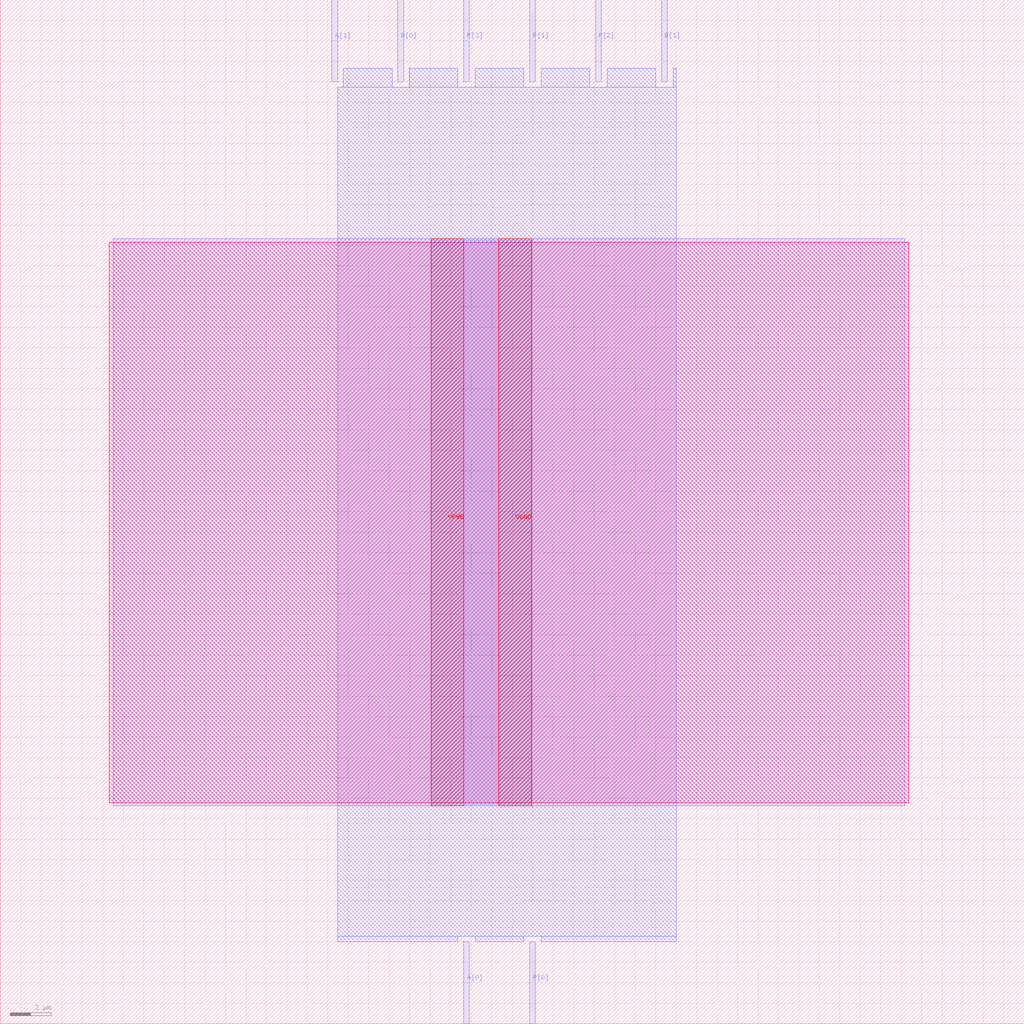
<source format=lef>
VERSION 5.7 ;
  NOWIREEXTENSIONATPIN ON ;
  DIVIDERCHAR "/" ;
  BUSBITCHARS "[]" ;
MACRO SarsaNada_e10_1
  CLASS BLOCK ;
  FOREIGN SarsaNada_e10_1 ;
  ORIGIN 0.000 0.000 ;
  SIZE 50.000 BY 50.000 ;
  PIN A[0]
    DIRECTION INPUT ;
    USE SIGNAL ;
    ANTENNAGATEAREA 0.196500 ;
    PORT
      LAYER met2 ;
        RECT 22.630 0.000 22.910 4.000 ;
    END
  END A[0]
  PIN A[1]
    DIRECTION INPUT ;
    USE SIGNAL ;
    ANTENNAGATEAREA 0.196500 ;
    PORT
      LAYER met2 ;
        RECT 16.190 46.000 16.470 50.000 ;
    END
  END A[1]
  PIN B[0]
    DIRECTION INPUT ;
    USE SIGNAL ;
    ANTENNAGATEAREA 0.196500 ;
    PORT
      LAYER met2 ;
        RECT 19.410 46.000 19.690 50.000 ;
    END
  END B[0]
  PIN B[1]
    DIRECTION INPUT ;
    USE SIGNAL ;
    ANTENNAGATEAREA 0.126000 ;
    PORT
      LAYER met2 ;
        RECT 32.290 46.000 32.570 50.000 ;
    END
  END B[1]
  PIN P[0]
    DIRECTION OUTPUT ;
    USE SIGNAL ;
    ANTENNADIFFAREA 0.445500 ;
    PORT
      LAYER met2 ;
        RECT 25.850 0.000 26.130 4.000 ;
    END
  END P[0]
  PIN P[1]
    DIRECTION OUTPUT ;
    USE SIGNAL ;
    ANTENNADIFFAREA 0.445500 ;
    PORT
      LAYER met2 ;
        RECT 25.850 46.000 26.130 50.000 ;
    END
  END P[1]
  PIN P[2]
    DIRECTION OUTPUT ;
    USE SIGNAL ;
    ANTENNADIFFAREA 0.445500 ;
    PORT
      LAYER met2 ;
        RECT 29.070 46.000 29.350 50.000 ;
    END
  END P[2]
  PIN P[3]
    DIRECTION OUTPUT ;
    USE SIGNAL ;
    ANTENNADIFFAREA 0.445500 ;
    PORT
      LAYER met2 ;
        RECT 22.630 46.000 22.910 50.000 ;
    END
  END P[3]
  PIN VGND
    DIRECTION INOUT ;
    USE GROUND ;
    PORT
      LAYER met4 ;
        RECT 24.340 10.640 25.940 38.320 ;
    END
  END VGND
  PIN VPWR
    DIRECTION INOUT ;
    USE POWER ;
    PORT
      LAYER met4 ;
        RECT 21.040 10.640 22.640 38.320 ;
    END
  END VPWR
  OBS
      LAYER nwell ;
        RECT 5.330 10.795 44.350 38.165 ;
      LAYER li1 ;
        RECT 5.520 10.795 44.160 38.165 ;
      LAYER met1 ;
        RECT 5.520 10.640 44.160 38.320 ;
      LAYER met2 ;
        RECT 16.750 45.720 19.130 46.650 ;
        RECT 19.970 45.720 22.350 46.650 ;
        RECT 23.190 45.720 25.570 46.650 ;
        RECT 26.410 45.720 28.790 46.650 ;
        RECT 29.630 45.720 32.010 46.650 ;
        RECT 32.850 45.720 33.020 46.650 ;
        RECT 16.470 4.280 33.020 45.720 ;
        RECT 16.470 4.000 22.350 4.280 ;
        RECT 23.190 4.000 25.570 4.280 ;
        RECT 26.410 4.000 33.020 4.280 ;
      LAYER met3 ;
        RECT 21.050 10.715 25.930 38.245 ;
  END
END SarsaNada_e10_1
END LIBRARY


</source>
